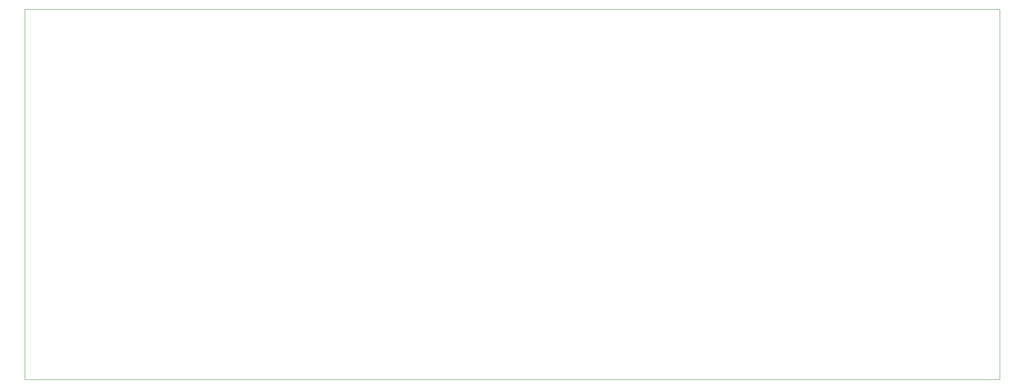
<source format=gm1>
%TF.GenerationSoftware,KiCad,Pcbnew,8.0.0*%
%TF.CreationDate,2024-03-12T20:28:28+02:00*%
%TF.ProjectId,fake-platka,66616b65-2d70-46c6-9174-6b612e6b6963,rev?*%
%TF.SameCoordinates,Original*%
%TF.FileFunction,Profile,NP*%
%FSLAX46Y46*%
G04 Gerber Fmt 4.6, Leading zero omitted, Abs format (unit mm)*
G04 Created by KiCad (PCBNEW 8.0.0) date 2024-03-12 20:28:28*
%MOMM*%
%LPD*%
G01*
G04 APERTURE LIST*
%TA.AperFunction,Profile*%
%ADD10C,0.100000*%
%TD*%
G04 APERTURE END LIST*
D10*
X54444900Y-68759900D02*
X251294900Y-68759900D01*
X251294900Y-143689900D01*
X54444900Y-143689900D01*
X54444900Y-68759900D01*
M02*

</source>
